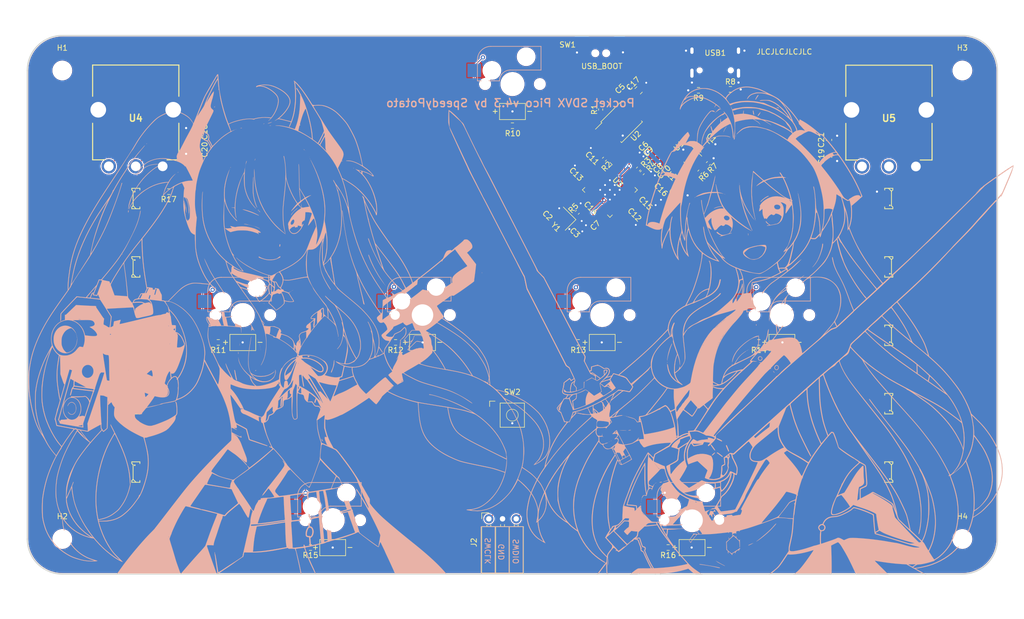
<source format=kicad_pcb>
(kicad_pcb (version 20211014) (generator pcbnew)
  (title_block (title "RP2040 Minimal Design Example") (date "2020-07-13") (rev "REV1") (company "Raspberry Pi (Trading) Ltd"))
  (layers (0 "F.Cu" signal) (31 "B.Cu" signal) (34 "B.Paste" user) (35 "F.Paste" user) (36 "B.SilkS" user "B.Silkscreen") (37 "F.SilkS" user "F.Silkscreen") (38 "B.Mask" user) (39 "F.Mask" user) (44 "Edge.Cuts" user))
  (net 0 "")
  (net 1 "GND")
  (net 2 "VBUS")
  (net 3 "/XIN")
  (net 4 "/XOUT")
  (net 5 "+3V3")
  (net 6 "+1V1")
  (net 7 "/~{USB_BOOT}")
  (net 8 "/GPIO15")
  (net 9 "/GPIO14")
  (net 10 "/GPIO13")
  (net 11 "/GPIO12")
  (net 12 "/GPIO11")
  (net 13 "/GPIO10")
  (net 14 "/GPIO9")
  (net 15 "/GPIO8")
  (net 16 "/GPIO7")
  (net 17 "/GPIO6")
  (net 18 "/GPIO5")
  (net 19 "/GPIO4")
  (net 20 "/GPIO3")
  (net 21 "/GPIO2")
  (net 22 "/GPIO1")
  (net 23 "/GPIO0")
  (net 24 "/GPIO29_ADC3")
  (net 25 "/GPIO28_ADC2")
  (net 26 "/GPIO27_ADC1")
  (net 27 "/GPIO26_ADC0")
  (net 28 "/GPIO25")
  (net 29 "/GPIO24")
  (net 30 "/GPIO23")
  (net 31 "/GPIO22")
  (net 32 "/GPIO21")
  (net 33 "/GPIO20")
  (net 34 "/GPIO19")
  (net 35 "/GPIO18")
  (net 36 "/GPIO17")
  (net 37 "/GPIO16")
  (net 38 "/RUN")
  (net 39 "/SWD")
  (net 40 "/SWCLK")
  (net 41 "/QSPI_SS")
  (net 42 "Net-(R3-Pad2)")
  (net 43 "Net-(R4-Pad2)")
  (net 44 "/QSPI_SD3")
  (net 45 "/QSPI_SCLK")
  (net 46 "/QSPI_SD0")
  (net 47 "/QSPI_SD2")
  (net 48 "/QSPI_SD1")
  (net 49 "/USB_D+")
  (net 50 "/USB_D-")
  (net 51 "Net-(C3-Pad1)")
  (net 52 "Net-(L1-Pad1)")
  (net 53 "Net-(R6-Pad2)")
  (net 54 "Net-(R8-Pad1)")
  (net 55 "Net-(R9-Pad1)")
  (net 58 "Net-(MX1-Pad3)")
  (net 59 "Net-(MX2-Pad3)")
  (net 60 "Net-(MX3-Pad3)")
  (net 61 "Net-(MX4-Pad3)")
  (net 62 "Net-(MX5-Pad3)")
  (net 63 "Net-(MX6-Pad3)")
  (net 64 "Net-(MX7-Pad3)")
  (net 65 "Net-(D1-Pad1)")
  (net 66 "Net-(D1-Pad3)")
  (net 67 "Net-(D2-Pad3)")
  (net 68 "Net-(D3-Pad3)")
  (net 69 "Net-(D4-Pad3)")
  (net 70 "Net-(D5-Pad3)")
  (net 71 "Net-(D6-Pad3)")
  (net 72 "Net-(D7-Pad3)")
  (net 73 "Net-(D8-Pad3)")
  (net 74 "Net-(D10-Pad1)")
  (footprint "Capacitor_SMD:C_0805_2012Metric" (layer "F.Cu") (at 165.458335 81.42851 -45)
    (fp_text reference "C4")
    (fp_text value "10u")
  )
  (footprint "Capacitor_SMD:C_0402_1005Metric" (layer "F.Cu") (at 159.964115 80.162789 45)
    (fp_text reference "C10")
    (fp_text value "1u")
  )
  (footprint "Capacitor_SMD:C_0402_1005Metric" (layer "F.Cu") (at 159.257009 79.455682 45)
    (fp_text reference "C8")
    (fp_text value "1u")
  )
  (footprint "Capacitor_SMD:C_0402_1005Metric" (layer "F.Cu") (at 147.115985 78.18289 135)
    (fp_text reference "C13")
    (fp_text value "100n")
  )
  (footprint "Capacitor_SMD:C_0402_1005Metric" (layer "F.Cu") (at 155.233571 64.01247 45)
    (fp_text reference "C5")
    (fp_text value "100n")
  )
  (footprint "Resistor_SMD:R_0402_1005Metric" (layer "F.Cu") (at 151.54 76.21 45)
    (fp_text reference "R2")
    (fp_text value "DNF")
  )
  (footprint "Package_SO:SOIC-8_5.23x5.23mm_P1.27mm" (layer "F.Cu") (at 154.72799 69.283951 45)
    (fp_text reference "U2")
    (fp_text value "W25Q128JVS")
  )
  (footprint "Capacitor_SMD:C_0402_1005Metric" (layer "F.Cu") (at 146.476054 88.665748 -45)
    (fp_text reference "C3")
    (fp_text value "10p")
  )
  (footprint "Resistor_SMD:R_0402_1005Metric" (layer "F.Cu") (at 150.84 67 90)
    (fp_text reference "R1")
    (fp_text value "1k")
  )
  (footprint "Capacitor_SMD:C_0402_1005Metric" (layer "F.Cu") (at 157.842795 76.627255 45)
    (fp_text reference "C9")
    (fp_text value "100n")
  )
  (footprint "Capacitor_SMD:C_0402_1005Metric" (layer "F.Cu") (at 156.28716 87.354065 -45)
    (fp_text reference "C12")
    (fp_text value "100n")
  )
  (footprint "Capacitor_SMD:C_0402_1005Metric" (layer "F.Cu") (at 148.233921 86.774944 -135)
    (fp_text reference "C14")
    (fp_text value "100n")
  )
  (footprint "Resistor_SMD:R_0402_1005Metric" (layer "F.Cu") (at 157.842795 78.041469 -135)
    (fp_text reference "R3")
    (fp_text value "27")
  )
  (footprint "Capacitor_SMD:C_0402_1005Metric" (layer "F.Cu") (at 149.025174 87.566197 -135)
    (fp_text reference "C7")
    (fp_text value "100n")
  )
  (footprint "Inductor_SMD:L_1008_2520Metric" (layer "F.Cu") (at 170.081046 73.959695 -45)
    (fp_text reference "C1")
    (fp_text value "10u")
  )
  (footprint "Capacitor_SMD:C_0402_1005Metric" (layer "F.Cu") (at 150.085834 75.213041 135)
    (fp_text reference "C11")
    (fp_text value "100n")
  )
  (footprint "Capacitor_SMD:C_0402_1005Metric" (layer "F.Cu") (at 160.954065 82.68716 -45)
    (fp_text reference "C16")
    (fp_text value "100n")
  )
  (footprint "RP2040_minimal:RP2040-QFN-56" (layer "F.Cu") (at 152.550101 81.919949 -45)
    (fp_text reference "U3")
    (fp_text value "RP2040")
  )
  (footprint "Capacitor_SMD:C_0402_1005Metric" (layer "F.Cu") (at 141.717225 85.886818 135)
    (fp_text reference "C2")
    (fp_text value "10p")
  )
  (footprint "Resistor_SMD:R_0402_1005Metric" (layer "F.Cu") (at 158.549902 78.748575 -135)
    (fp_text reference "R4")
    (fp_text value "27")
  )
  (footprint "Capacitor_SMD:C_0402_1005Metric" (layer "F.Cu") (at 157.135688 75.920148 45)
    (fp_text reference "C6")
    (fp_text value "100n")
  )
  (footprint "Capacitor_SMD:C_0402_1005Metric" (layer "F.Cu") (at 159.964115 83.67711 -45)
    (fp_text reference "C15")
    (fp_text value "100n")
  )
  (footprint "Resistor_SMD:R_0402_1005Metric" (layer "F.Cu") (at 146.507873 86.081273 -135)
    (fp_text reference "R5")
    (fp_text value "1k")
  )
  (footprint "Capacitor_SMD:C_0805_2012Metric" (layer "F.Cu") (at 157.87815 63.439714 45)
    (fp_text reference "C17")
    (fp_text value "10u")
  )
  (footprint "MountingHole:MountingHole_3.2mm_M3" (layer "F.Cu") (at 217.95 146.75)
    (fp_text reference "H4")
    (fp_text value "MountingHole")
  )
  (footprint "MountingHole:MountingHole_3.2mm_M3" (layer "F.Cu") (at 217.95 59.75)
    (fp_text reference "H3")
    (fp_text value "MountingHole")
  )
  (footprint "Capacitor_SMD:C_0603_1608Metric" (layer "F.Cu") (at 193.21 75.78 -90)
    (fp_text reference "C19")
    (fp_text value "10n")
  )
  (footprint "Capacitor_SMD:C_0603_1608Metric" (layer "F.Cu") (at 75.92 71.21 90)
    (fp_text reference "C18")
    (fp_text value "10n")
  )
  (footprint "PEC16-4015F-N0024:PEC16-4015F-N0024-millmax" (layer "F.Cu") (at 199.324 77.57)
    (fp_text reference "U5")
    (fp_text value "PEC16-4015F-N0024" hide)
  )
  (footprint "Resistor_SMD:R_0603_1608Metric" (layer "F.Cu") (at 180.19 110.24 180)
    (fp_text reference "R14")
    (fp_text value "220")
  )
  (footprint "WS2812B-4020:WS2812B-4020" (layer "F.Cu") (at 64.59 108.92 90)
    (fp_text reference "D3")
    (fp_text value "WS2812B")
  )
  (footprint "Inductor_SMD:L_1008_2520Metric" (layer "F.Cu") (at 165.682842 78.357899 -45)
    (fp_text reference "L1")
    (fp_text value "L")
  )
  (footprint "Resistor_SMD:R_0603_1608Metric" (layer "F.Cu") (at 168.9862 63.4339 180)
    (fp_text reference "R9")
    (fp_text value "5K1")
  )
  (footprint "Crystal:Crystal_SMD_2520-4Pin_2.5x2.0mm" (layer "F.Cu") (at 144.086033 87.265677 135)
    (fp_text reference "Y1")
    (fp_text value "Crystal_GND24")
  )
  (footprint "Resistor_SMD:R_0603_1608Metric" (layer "F.Cu") (at 134.47 70)
    (fp_text reference "R10")
    (fp_text value "220")
  )
  (footprint "Resistor_SMD:R_0603_1608Metric" (layer "F.Cu") (at 163.36 148.33 180)
    (fp_text reference "R16")
    (fp_text value "220")
  )
  (footprint "MountingHole:MountingHole_3.2mm_M3" (layer "F.Cu") (at 50.95 59.75)
    (fp_text reference "H1")
    (fp_text value "MountingHole")
  )
  (footprint "WS2812B-4020:WS2812B-4020" (layer "F.Cu") (at 204.29 108.92 -90)
    (fp_text reference "D8")
    (fp_text value "WS2812B")
  )
  (footprint "MX:MXOnly-1.5U-Hotswap-LED-SMD" (layer "F.Cu") (at 101.12 143.25)
    (fp_text reference "MX6")
    (fp_text value "MX-LED")
  )
  (footprint "Resistor_SMD:R_0603_1608Metric" (layer "F.Cu") (at 112.79 110.24 180)
    (fp_text reference "R12")
    (fp_text value "220")
  )
  (footprint "MX:MXOnly-1.5U-Hotswap-LED-SMD" (layer "F.Cu") (at 184.46 105.16)
    (fp_text reference "MX5")
    (fp_text value "MX-LED")
  )
  (footprint "Resistor_SMD:R_0402_1005Metric" (layer "F.Cu") (at 169.234285 78.600083 45)
    (fp_text reference "R6")
    (fp_text value "90k")
  )
  (footprint "WS2812B-4020:WS2812B-4020" (layer "F.Cu") (at 64.59 96.22 90)
    (fp_text reference "D2")
    (fp_text value "WS2812B")
  )
  (footprint "MX:MXOnly-1.5U-Hotswap-LED-SMD" (layer "F.Cu") (at 151.13 105.16)
    (fp_text reference "MX4")
    (fp_text value "MX-LED")
  )
  (footprint "Capacitor_SMD:C_0603_1608Metric" (layer "F.Cu") (at 193.2 72.64 90)
    (fp_text reference "C21")
    (fp_text value "10n")
  )
  (footprint "WS2812B-4020:WS2812B-4020" (layer "F.Cu") (at 64.59 134.32 90)
    (fp_text reference "D5")
    (fp_text value "WS2812B")
  )
  (footprint "Package_TO_SOT_SMD:TSOT-23-5" (layer "F.Cu") (at 167.926138 76.202991 -45)
    (fp_text reference "U1")
    (fp_text value "RT8096C")
  )
  (footprint "WS2812B-4020:WS2812B-4020" (layer "F.Cu") (at 204.29 96.22 -90)
    (fp_text reference "D9")
    (fp_text value "WS2812B")
  )
  (footprint "Resistor_SMD:R_0603_1608Metric" (layer "F.Cu") (at 70.69 82.245 180)
    (fp_text reference "R17")
    (fp_text value "220")
  )
  (footprint "MX:MXOnly-1.5U-Hotswap-LED-SMD" (layer "F.Cu") (at 84.44 105.16)
    (fp_text reference "MX2")
    (fp_text value "MX-LED")
  )
  (footprint "WS2812B-4020:WS2812B-4020" (layer "F.Cu") (at 64.59 83.52 90)
    (fp_text reference "D1")
    (fp_text value "WS2812B")
  )
  (footprint "WS2812B-4020:WS2812B-4020" (layer "F.Cu") (at 204.29 134.32 -90)
    (fp_text reference "D6")
    (fp_text value "WS2812B")
  )
  (footprint "MountingHole:MountingHole_3.2mm_M3" (layer "F.Cu") (at 50.95 146.75)
    (fp_text reference "H2")
    (fp_text value "MountingHole")
  )
  (footprint "K2-1102SP-C4SC-04:KAN4542-0701C" (layer "F.Cu") (at 134.44 123.75)
    (fp_text reference "SW2")
    (fp_text value "K2-1102SP-C4SC-04")
  )
  (footprint "Resistor_SMD:R_0402_1005Metric" (layer "F.Cu") (at 170.811133 77.023235 45)
    (fp_text reference "R7")
    (fp_text value "20k")
  )
  (footprint "Type-C:HRO-TYPE-C-31-M-12-Assembly" (layer "F.Cu") (at 172.09 53.4675 180)
    (fp_text reference "USB1")
    (fp_text value "HRO-TYPE-C-31-M-12")
  )
  (footprint "WS2812B-4020:WS2812B-4020" (layer "F.Cu") (at 64.59 121.62 90)
    (fp_text reference "D4")
    (fp_text value "WS2812B")
  )
  (footprint "MX:MXOnly-1.5U-Hotswap-LED-SMD" (layer "F.Cu") (at 134.47 62.27)
    (fp_text reference "MX1")
    (fp_text value "MX-LED")
  )
  (footprint "Resistor_SMD:R_0603_1608Metric" (layer "F.Cu") (at 146.69 110.24 180)
    (fp_text reference "R13")
    (fp_text value "220")
  )
  (footprint "Resistor_SMD:R_0603_1608Metric" (layer "F.Cu") (at 97 148.33 180)
    (fp_text reference "R15")
    (fp_text value "220")
  )
  (footprint "MX:MXOnly-1.5U-Hotswap-LED-SMD" (layer "F.Cu") (at 117.78 105.16)
    (fp_text reference "MX3")
    (fp_text value "MX-LED")
  )
  (footprint "SWD:SWD_Connector" (layer "F.Cu") (at 130.09 143 90)
    (fp_text reference "J2")
    (fp_text value "SWD_Connector")
  )
  (footprint "TS-1012A:TS-1012A" (layer "F.Cu") (at 150.85 53.9425)
    (fp_text reference "SW1")
    (fp_text value "SW_Push_Dual_x2")
  )
  (footprint "WS2812B-4020:WS2812B-4020" (layer "F.Cu") (at 204.29 83.52 -90)
    (fp_text reference "D10")
    (fp_text value "WS2812B")
  )
  (footprint "Resistor_SMD:R_0603_1608Metric" (layer "F.Cu") (at 79.89 110.24 180)
    (fp_text reference "R11")
    (fp_text value "220")
  )
  (footprint "Resistor_SMD:R_0603_1608Metric" (layer "F.Cu") (at 174.9062 63.2639)
    (fp_text reference "R8")
    (fp_text value "5K1")
  )
  (footprint "PEC16-4015F-N0024:PEC16-4015F-N0024-millmax" (layer "F.Cu") (at 59.574 77.54)
    (fp_text reference "U4")
    (fp_text value "PEC16-4015F-N0024" hide)
  )
  (footprint "WS2812B-4020:WS2812B-4020" (layer "F.Cu") (at 204.29 121.62 -90)
    (fp_text reference "D7")
    (fp_text value "WS2812B")
  )
  (footprint "Capacitor_SMD:C_0603_1608Metric" (layer "F.Cu") (at 75.94 74.45 -90)
    (fp_text reference "C20")
    (fp_text value "10n")
  )
  (footprint "MX:MXOnly-1.5U-Hotswap-LED-SMD" (layer "F.Cu") (at 167.8 143.25)
    (fp_text reference "MX7")
    (fp_text value "MX-LED")
  )
  (footprint "grace:grace_comm" (layer "B.Cu") (at 93.018818 104.077647 180)
    (fp_text reference "G***" hide)
    (fp_text value "LOGO" hide)
  )
  (footprint "rasis:rasis_comm" (layer "B.Cu") (at 176.058818 104.537647 180)
    (fp_text reference "G***" hide)
    (fp_text value "LOGO" hide)
  )
  (gr_poly (pts (xy 128.63 153.06) (xy 136.43 153.06) (xy 136.43 144.46) (xy 128.63 144.46)) (layer "B.SilkS") (width 0.12) (fill none))
  (gr_line (start 133.83 144.46) (end 133.83 153.06) (layer "B.SilkS") (width 0.12))
  (gr_line (start 131.23 144.46) (end 131.23 153.06) (layer "B.SilkS") (width 0.12))
  (gr_arc (start 217.95285 53.2526) (mid 222.549012 55.156424) (end 224.45285 59.7526) (layer "Edge.Cuts") (width 0.2))
  (gr_arc (start 44.452852 59.7526) (mid 46.356655 55.156389) (end 50.952851 53.252601) (layer "Edge.Cuts") (width 0.2))
  (gr_arc (start 50.952851 153.2526) (mid 46.356624 151.348812) (end 44.452851 146.7526) (layer "Edge.Cuts") (width 0.2))
  (gr_line (start 217.95285 53.252601) (end 50.952851 53.252601) (layer "Edge.Cuts") (width 0.2))
  (gr_line (start 224.45285 146.7526) (end 224.45285 59.7526) (layer "Edge.Cuts") (width 0.2))
  (gr_line (start 50.952851 153.2526) (end 217.95285 153.2526) (layer "Edge.Cuts") (width 0.2))
  (gr_arc (start 224.45285 146.7526) (mid 222.549047 151.348812) (end 217.95285 153.2526) (layer "Edge.Cuts") (width 0.2))
  (gr_line (start 44.452851 59.7526) (end 44.452851 146.7526) (layer "Edge.Cuts") (width 0.2))
  (gr_text "SWCLK" (at 129.93 148.96 90) (layer "B.SilkS") (effects (font (size 1 1)) (justify mirror)))
  (gr_text "GND" (at 132.43 149.16 90) (layer "B.SilkS") (effects (font (size 1 1)) (justify mirror)))
  (gr_text "Pocket SDVX Pico v4.3 by SpeedyPotato" (at 134.098818 65.797647) (layer "B.SilkS") (effects (font (size 1.5 1.5) (thickness 0.25)) (justify mirror)))
  (gr_text "SWDIO" (at 135.130001 149.06 90) (layer "B.SilkS") (effects (font (size 1 1)) (justify mirror)))
  (gr_text "JLCJLCJLCJLC" (at 184.92 56.27) (layer "F.SilkS") (effects (font (size 1 1))))
  (gr_text "\nUSB_BOOT" (at 151.05 58.15) (layer "F.SilkS") (effects (font (size 1 1))))
  (segment (start 184.56 110.24) (end 185.96 110.24) (width 0.25) (layer "F.Cu") (net 1))
  (segment (start 147.890974 87.117891) (end 147.316815 87.692051) (width 0.2) (layer "F.Cu") (net 1))
  (segment (start 146.509943 77.839943) (end 146.773038 77.839943) (width 0.25) (layer "F.Cu") (net 1))
  (segment (start 168.865 61.1625) (end 168.8175 61.1625) (width 0.25) (layer "F.Cu") (net 1))
  (segment (start 149.742887 74.870095) (end 149.014567 74.141775) (width 0.2) (layer "F.Cu") (net 1))
  (segment (start 171.171758 76.66261) (end 171.794012 76.040356) (width 0.3) (layer "F.Cu") (net 1))
  (segment (start 148.682227 87.909144) (end 148.108053 88.483317) (width 0.2) (layer "F.Cu") (net 1))
  (segment (start 202.1 82.245) (end 203.64 82.245) (width 0.25) (layer "F.Cu") (net 1))
  (segment (start 167.08 63.4339) (end 168.1612 63.4339) (width 0.25) (layer "F.Cu") (net 1))
  (segment (start 146.06 77.39) (end 146.509943 77.839943) (width 0.25) (layer "F.Cu") (net 1))
  (segment (start 148.551766 84.504071) (end 149.412314 83.643522) (width 0.15) (layer "F.Cu") (net 1))
  (segment (start 157.478635 75.577201) (end 158.065528 74.990308) (width 0.2) (layer "F.Cu") (net 1))
  (segment (start 73.92 75.225) (end 75.94 75.225) (width 0.25) (layer "F.Cu") (net 1))
  (segment (start 166.67 56.0675) (end 167.77 56.0675) (width 0.8) (layer "F.Cu") (net 1))
  (segment (start 154.93 71.84) (end 154.866018 71.84) (width 0.25) (layer "F.Cu") (net 1))
  (segment (start 176.41 61.36) (end 176.41 60.2475) (width 0.8) (layer "F.Cu") (net 1))
  (segment (start 175.315 61.1625) (end 175.3825 61.1625) (width 0.55) (layer "F.Cu") (net 1))
  (segment (start 176.2125 61.1625) (end 176.41 61.36) (width 0.25) (layer "F.Cu") (net 1))
  (segment (start 147.221291 84.504071) (end 148.551766 84.504071) (width 0.15) (layer "F.Cu") (net 1))
  (segment (start 156.135132 63.110909) (end 155.576518 63.669523) (width 0.6) (layer "F.Cu") (net 1))
  (segment (start 85.94 110.24) (end 84.41 110.24) (width 0.25) (layer "F.Cu") (net 1))
  (segment (start 161.297012 83.030107) (end 162.025332 83.758427) (width 0.2) (layer "F.Cu") (net 1))
  (segment (start 159.292364 62.0255) (end 158.541063 62.776801) (width 0.6) (layer "F.Cu") (net 1))
  (segment (start 137.365 125.25) (end 134.44 125.25) (width 0.25) (layer "F.Cu") (net 1))
  (segment (start 167.77 61.32) (end 167.77 60.2475) (width 0.8) (layer "F.Cu") (net 1))
  (segment (start 194.71 76.555) (end 193.21 76.555) (width 0.25) (layer "F.Cu") (net 1))
  (segment (start 176.1425 61.99) (end 176.41 61.99) (width 0.25) (layer "F.Cu") (net 1))
  (segment (start 168.865 61.1625) (end 167.9275 61.1625) (width 0.55) (layer "F.Cu") (net 1))
  (segment (start 160.307062 79.819842) (end 160.893961 79.232943) (width 0.2) (layer "F.Cu") (net 1))
  (segment (start 176.41 61.99) (end 176.41 61.36) (width 0.8) (layer "F.Cu") (net 1))
  (segment (start 176.1425 61.9225) (end 176.1425 61.99) (width 0.55) (layer "F.Cu") (net 1))
  (segment (start 156.630107 87.697012) (end 157.358427 88.425332) (width 0.2) (layer "F.Cu") (net 1))
  (segment (start 166.96624 82.936415) (end 166.121248 82.091423) (width 0.8) (layer "F.Cu") (net 1))
  (segment (start 167.99 61.99) (end 167.77 61.99) (width 0.25) (layer "F.Cu") (net 1))
  (segment (start 147.316815 87.692051) (end 147.316806 87.692051) (width 0.2) (layer "F.Cu") (net 1))
  (segment (start 147.44479 89.592058) (end 147.458932 89.592058) (width 0.25) (layer "F.Cu") (net 1))
  (segment (start 101.12 148.33) (end 102.62 148.33) (width 0.25) (layer "F.Cu") (net 1))
  (segment (start 175.3825 61.1625) (end 176.1425 61.9225) (width 0.55) (layer "F.Cu") (net 1))
  (segment (start 168.8175 61.1625) (end 167.99 61.99) (width 0.55) (layer "F.Cu") (net 1))
  (segment (start 167.121804 75.398657) (end 166.168977 74.445831) (width 0.7) (layer "F.Cu") (net 1))
  (segment (start 152.63 110.24) (end 151.04 110.24) (width 0.25) (layer "F.Cu") (net 1))
  (segment (start 175.315 61.1625) (end 176.2125 61.1625) (width 0.55) (layer "F.Cu") (net 1))
  (segment (start 134.47 67.35) (end 135.97 67.35) (width 0.25) (layer "F.Cu") (net 1))
  (segment (start 172.121049 73.439971) (end 170.841185 74.719834) (width 0.8) (layer "F.Cu") (net 1))
  (segment (start 158.185742 76.284308) (end 158.77264 75.69741) (width 0.2) (layer "F.Cu") (net 1))
  (segment (start 159.599955 79.112735) (end 160.186854 78.525837) (width 0.2) (layer "F.Cu") (net 1))
  (segment (start 177.51 56.0675) (end 176.41 56.0675) (width 0.8) (layer "F.Cu") (net 1))
  (segment (start 193.2 71.865) (end 194.71 71.865) (width 0.25) (layer "F.Cu") (net 1))
  (segment (start 75.92 70.435) (end 73.92 70.435) (width 0.25) (layer "F.Cu") (net 1))
  (segment (start 147.13 84.41278) (end 147.221291 84.504071) (width 0.15) (layer "F.Cu") (net 1))
  (segment (start 169.3 148.33) (end 167.72 148.33) (width 0.25) (layer "F.Cu") (net 1))
  (segment (start 134.44 125.25) (end 131.515 125.25) (width 0.25) (layer "F.Cu") (net 1))
  (segment (start 147.430648 89.620342) (end 146.819 89.008695) (width 0.25) (layer "F.Cu") (net 1))
  (segment (start 119.28 110.24) (end 117.81 110.24) (width 0.25) (layer "F.Cu") (net 1))
  (segment (start 175.7312 63.2639) (end 176.82 63.2639) (width 0.25) (layer "F.Cu") (net 1))
  (segment (start 167.77 61.99) (end 167.77 61.32) (width 0.8) (layer "F.Cu") (net 1))
  (segment (start 160.307062 84.020056) (end 161.035382 84.748376) (width 0.15) (layer "F.Cu") (net 1))
  (segment (start 154.866018 71.84) (end 153.529444 73.176574) (width 0.25) (layer "F.Cu") (net 1))
  (segment (start 167.9275 61.1625) (end 167.77 61.32) (width 0.25) (layer "F.Cu") (net 1))
  (via (at 147.430648 89.620342) (size 0.6) (drill 0.35) (layers "F.Cu" "B.Cu") (net 1))
  (via (at 202.1 82.245) (size 0.8) (drill 0.4) (layers "F.Cu" "B.Cu") (net 1))
  (via (at 134.47 67.35) (size 0.8) (drill 0.4) (layers "F.Cu" "B.Cu") (net 1))
  (via (at 157.358427 88.425332) (size 0.6) (drill 0.35) (layers "F.Cu" "B.Cu") (net 1))
  (via (at 194.71 71.865) (size 0.8) (drill 0.4) (layers "F.Cu" "B.Cu") (net 1))
  (via (at 162.025332 83.758427) (size 0.6) (drill 0.35) (layers "F.Cu" "B.Cu") (net 1))
  (via (at 167.77 61.99) (size 0.8) (drill 0.4) (layers "F.Cu" "B.Cu") (net 1))
  (via (at 167.72 148.33) (size 0.8) (drill 0.4) (layers "F.Cu" "B.Cu") (net 1))
  (via (at 160.186854 78.525837) (size 0.6) (drill 0.35) (layers "F.Cu" "B.Cu") (net 1))
  (via (at 149.014567 74.141775) (size 0.6) (drill 0.35) (layers "F.Cu" "B.Cu") (net 1))
  (via (at 143.145581 85.335275) (size 0.6) (drill 0.35) (layers "F.Cu" "B.Cu") (net 1))
  (via (at 158.065528 74.990308) (size 0.6) (drill 0.35) (layers "F.Cu" "B.Cu") (net 1))
  (via (at 176.41 61.99) (size 0.8) (drill 0.4) (layers "F.Cu" "B.Cu") (net 1))
  (via (at 146.06 77.39) (size 0.6) (drill 0.35) (layers "F.Cu" "B.Cu") (net 1))
  (via (at 166.96624 82.936415) (size 0.8) (drill 0.4) (layers "F.Cu" "B.Cu") (net 1))
  (via (at 156.135132 63.110909) (size 0.6) (drill 0.35) (layers "F.Cu" "B.Cu") (net 1))
  (via (at 117.81 110.24) (size 0.8) (drill 0.4) (layers "F.Cu" "B.Cu") (net 1))
  (via (at 172.121049 73.439971) (size 0.8) (drill 0.4) (layers "F.Cu" "B.Cu") (net 1))
  (via (at 158.77264 75.69741) (size 0.6) (drill 0.35) (layers "F.Cu" "B.Cu") (net 1))
  (via (at 147.316806 87.692051) (size 0.6) (drill 0.35) (layers "F.Cu" "B.Cu") (net 1))
  (via (at 148.108053 88.483317) (size 0.6) (drill 0.35) (layers "F.Cu" "B.Cu") (net 1))
  (via (at 166.168977 74.445831) (size 0.8) (drill 0.4) (layers "F.Cu" "B.Cu") (net 1))
  (via (at 145.026485 89.196078) (size 0.6) (drill 0.35) (layers "F.Cu" "B.Cu") (net 1))
  (via (at 147.13 84.41278) (size 0.6) (drill 0.35) (layers "F.Cu" "B.Cu") (net 1))
  (via (at 84.41 110.24) (size 0.8) (drill 0.4) (layers "F.Cu" "B.Cu") (net 1))
  (via (at 160.893961 79.232943) (size 0.6) (drill 0.35) (layers "F.Cu" "B.Cu") (net 1))
  (via (at 134.44 125.25) (size 0.8) (drill 0.4) (layers "F.Cu" "B.Cu") (net 1))
  (via (at 154.93 71.84) (size 0.8) (drill 0.4) (layers "F.Cu" "B.Cu") (net 1))
  (via (at 167.08 63.4339) (size 0.8) (drill 0.4) (layers "F.Cu" "B.Cu") (net 1))
  (via (at 73.92 70.435) (size 0.8) (drill 0.4) (layers "F.Cu" "B.Cu") (net 1))
  (via (at 161.035382 84.748376) (size 0.6) (drill 0.35) (layers "F.Cu" "B.Cu") (net 1))
  (via (at 194.71 76.555) (size 0.8) (drill 0.4) (layers "F.Cu" "B.Cu") (net 1))
  (via (at 154.97 56.38) (size 0.8) (drill 0.4) (layers "F.Cu" "B.Cu") (net 1))
  (via (at 176.82 63.2639) (size 0.8) (drill 0.4) (layers "F.Cu" "B.Cu") (net 1))
  (via (at 166.67 56.0675) (size 0.8) (drill 0.4) (layers "F.Cu" "B.Cu") (net 1))
  (via (at 146.44 56.41) (size 0.8) (drill 0.4) (layers "F.Cu" "B.Cu") (net 1))
  (via (at 151.04 110.24) (size 0.8) (drill 0.4) (layers "F.Cu" "B.Cu") (net 1))
  (via (at 159.292364 62.0255) (size 0.6) (drill 0.35) (layers "F.Cu" "B.Cu") (net 1))
  (via (at 177.51 56.0675) (size 0.8) (drill 0.4) (layers "F.Cu" "B.Cu") (net 1))
  (via (at 171.794012 76.040356) (size 0.8) (drill 0.4) (layers "F.Cu" "B.Cu") (net 1))
  (via (at 184.56 110.24) (size 0.8) (drill 0.4) (layers "F.Cu" "B.Cu") (net 1))
  (via (at 73.92 75.225) (size 0.8) (drill 0.4) (layers "F.Cu" "B.Cu") (net 1))
  (via (at 101.12 148.33) (size 0.8) (drill 0.4) (layers "F.Cu" "B.Cu") (net 1))
  (segment (start 200.35 83.27) (end 200.35 83.79) (width 0.8) (layer "F.Cu") (net 2))
  (segment (start 172.04 59.13) (end 172.04 59.29) (width 0.8) (layer "F.Cu") (net 2))
  (segment (start 200.35 122.045) (end 200.35 109.345) (width 0.8) (layer "F.Cu") (net 2))
  (segment (start 67.775 95.795) (end 67.775 108.495) (width 0.8) (layer "F.Cu") (net 2))
  (segment (start 173.633938 59.29) (end 173.863938 59.52) (width 0.8) (layer "F.Cu") (net 2))
  (segment (start 169.64 60.41) (end 170.4075 59.6425) (width 0.4) (layer "F.Cu") (net 2))
  (segment (start 168.155947 75.089298) (end 168.155947 77.581849) (width 0.25) (layer "F.Cu") (net 2))
  (segment (start 215.19 75.74) (end 210.95 79.98) (width 0.8) (layer "F.Cu") (net 2))
  (segment (start 200.35 81.16) (end 200.35 83.27) (width 0.8) (layer "F.Cu") (net 2))
  (segment (start 84.49 150.61) (end 67.775 133.895) (width 0.8) (layer "F.Cu") (net 2))
  (segment (start 177.85 58.14) (end 208.27 58.14) (width 0.8) (layer "F.Cu") (net 2))
  (segment (start 67.775 83.095) (end 67.775 95.795) (width 0.8) (layer "F.Cu") (net 2))
  (segment (start 170.4075 59.52) (end 170.6375 59.29) (width 0.8) (layer "F.Cu") (net 2))
  (segment (start 170.6375 59.29) (end 173.633938 59.29) (width 0.8) (layer "F.Cu") (net 2))
  (segment (start 215.19 65.06) (end 215.19 75.74) (width 0.8) (layer "F.Cu") (net 2))
  (segment (start 201.53 79.98) (end 200.35 81.16) (width 0.8) (layer "F.Cu") (net 2))
  (segment (start 67.775 108.495) (end 67.775 121.195) (width 0.8) (layer "F.Cu") (net 2))
  (segment (start 208.27 58.14) (end 215.19 65.06) (width 0.8) (layer "F.Cu") (net 2))
  (segment (start 200.35 83.79) (end 200.505 83.945) (width 0.8) (layer "F.Cu") (net 2))
  (segment (start 169.320906 73.210906) (end 169.35 73.24) (width 0.15) (layer "F.Cu") (net 2))
  (segment (start 170.4075 59.6425) (end 170.4075 59.52) (width 0.4) (layer "F.Cu") (net 2))
  (segment (start 200.35 134.745) (end 187.955 134.745) (width 0.8) (layer "F.Cu") (net 2))
  (segment (start 167.793555 74.726906) (end 169.320906 73.199555) (width 0.7) (layer "F.Cu") (net 2))
  (segment (start 67.775 133.895) (end 65.24 133.895) (width 0.8) (layer "F.Cu") (net 2))
  (segment (start 200.505 83.945) (end 203.64 83.945) (width 0.8) (layer "F.Cu") (net 2))
  (segment (start 178.79 63.81) (end 178.79 59.08) (width 0.8) (layer "F.Cu") (net 2))
  (segment (start 65.24 95.795) (end 67.775 95.795) (width 0.8) (layer "F.Cu") (net 2))
  (segment (start 172.09 150.61) (end 84.49 150.61) (width 0.8) (layer "F.Cu") (net 2))
  (segment (start 203.64 134.745) (end 200.35 134.745) (width 0.8) (layer "F.Cu") (net 2))
  (segment (start 173.03 58.14) (end 172.04 59.13) (width 0.8) (layer "F.Cu") (net 2))
  (segment (start 168.155947 77.581849) (end 168.05872 77.679076) (width 0.25) (layer "F.Cu") (net 2))
  (segment (start 200.35 96.645) (end 203.64 96.645) (width 0.8) (layer "F.Cu") (net 2))
  (segment (start 169.64 61.1625) (end 169.64 60.41) (width 0.4) (layer "F.Cu") (net 2))
  (segment (start 203.64 109.345) (end 200.35 109.345) (width 0.8) (layer "F.Cu") (net 2))
  (segment (start 200.35 134.745) (end 200.35 122.045) (width 0.8) (layer "F.Cu") (net 2))
  (segment (start 187.955 134.745) (end 172.09 150.61) (width 0.8) (layer "F.Cu") (net 2))
  (segment (start 169.320906 73.199555) (end 169.320906 73.210906) (width 0.15) (layer "F.Cu") (net 2))
  (segment (start 169.36 73.24) (end 178.79 63.81) (width 0.8) (layer "F.Cu") (net 2))
  (segment (start 210.95 79.98) (end 201.53 79.98) (width 0.8) (layer "F.Cu") (net 2))
  (segment (start 178.79 59.08) (end 177.85 58.14) (width 0.8) (layer "F.Cu") (net 2))
  (segment (start 203.64 122.045) (end 200.35 122.045) (width 0.8) (layer "F.Cu") (net 2))
  (segment (start 167.793555 74.726906) (end 168.155947 75.089298) (width 0.25) (layer "F.Cu") (net 2))
  (segment (start 200.35 83.27) (end 200.35 96.645) (width 0.8) (layer "F.Cu") (net 2))
  (segment (start 177.85 58.14) (end 173.03 58.14) (width 0.8) (layer "F.Cu") (net 2))
  (segment (start 173.863938 59.52) (end 173.863938 59.733938) (width 0.4) (layer "F.Cu") (net 2))
  (segment (start 174.54 60.41) (end 174.54 61.1625) (width 0.4) (layer "F.Cu") (net 2))
  (segment (start 67.775 121.195) (end 67.775 133.895) (width 0.8) (layer "F.Cu") (net 2))
  (segment (start 65.24 121.195) (end 67.775 121.195) (width 0.8) (layer "F.Cu") (net 2))
  (segment (start 65.24 108.495) (end 67.775 108.495) (width 0.8) (layer "F.Cu") (net 2))
  (segment (start 169.35 73.24) (end 169.36 73.24) (width 0.8) (layer "F.Cu") (net 2))
  (segment (start 200.35 109.345) (end 200.35 96.645) (width 0.8) (layer "F.Cu") (net 2))
  (segment (start 65.24 83.095) (end 67.775 83.095) (width 0.8) (layer "F.Cu") (net 2))
  (segment (start 173.863938 59.733938) (end 174.54 60.41) (width 0.4) (layer "F.Cu") (net 2))
  (segment (start 149.695157 83.926365) (end 148.634242 84.98728) (width 0.15) (layer "F.Cu") (net 3))
  (segment (start 148.634242 84.98728) (end 146.3715 84.98728) (width 0.15) (layer "F.Cu") (net 3))
  (segment (start 142.972339 87.141933) (end 142.060172 86.229765) (width 0.15) (layer "F.Cu") (net 3))
  (segment (start 144.163814 87.194966) (end 143.025372 87.194966) (width 0.15) (layer "F.Cu") (net 3))
  (segment (start 143.025372 87.194966) (end 142.972339 87.141933) (width 0.15) (layer "F.Cu") (net 3))
  (segment (start 146.3715 84.98728) (end 144.163814 87.194966) (width 0.15) (layer "F.Cu") (net 3))
  (segment (start 149.978 84.209207) (end 148.802435 85.384772) (width 0.15) (layer "F.Cu") (net 4))
  (segment (start 147.204374 85.384772) (end 146.85082 85.738326) (width 0.15) (layer "F.Cu") (net 4))
  (segment (start 148.802435 85.384772) (end 147.204374 85.384772) (width 0.15) (layer "F.Cu") (net 4))
  (segment (start 151.957899 77.650792) (end 150.863651 76.556544) (width 0.2) (layer "F.Cu") (net 5))
  (segment (start 156.960655 77.509395) (end 156.960655 78.004371) (width 0.2) (layer "F.Cu") (net 5))
  (segment (start 155.732081 79.020811) (end 155.122202 79.630691) (width 0.2) (layer "F.Cu") (net 5))
  (segment (start 156.819258 82.512151) (end 156.227056 81.919949) (width 0.2) (layer "F.Cu") (net 5))
  (segment (start 154.273674 85.057736) (end 153.681472 84.465534) (width 0.2) (layer "F.Cu") (net 5))
  (segment (start 161.841484 77.062126) (end 165.170189 80.390831) (width 0.8) (layer "F.Cu") (net 5))
  (segment (start 154.890625 64.355417) (end 155.926536 65.391328) (width 0.15) (layer "F.Cu") (net 5))
  (segment (start 148.798546 86.21032) (end 148.576868 86.431998) (width 0.2) (layer "F.Cu") (net 5))
  (segment (start 156.085635 81.495685) (end 156.085635 81.778528) (width 0.2) (layer "F.Cu") (net 5))
  (segment (start 154.53 80.222893) (end 154.812843 79.94005) (width 0.2) (layer "F.Cu") (net 5))
  (segment (start 155.926536 65.391328) (end 157.215238 64.102626) (width 0.8) (layer "F.Cu") (net 5))
  (segment (start 157.215238 64.102626) (end 157.41146 64.298848) (width 0.8) (layer "F.Cu") (net 5))
  (segment (start 162.244535 66.95757) (end 162.244535 72.204302) (width 0.8) (layer "F.Cu") (net 5))
  (segment (start 156.819258 81.327747) (end 156.227056 81.919949) (width 0.2) (layer "F.Cu") (net 5))
  (segment (start 166.442981 79.118039) (end 164.795422 80.765597) (width 0.8) (layer "F.Cu") (net 5))
  (segment (start 154.890624 64.355417) (end 155.926536 65.391328) (width 0.6) (layer "F.Cu") (net 5))
  (segment (start 165.170189 80.390831) (end 166.442981 79.118039) (width 0.8) (layer "F.Cu") (net 5))
  (segment (start 168.873661 78.960707) (end 168.71633 79.118039) (width 0.3) (layer "F.Cu") (net 5))
  (segment (start 148.798546 85.954347) (end 148.798546 86.21032) (width 0.2) (layer "F.Cu") (net 5))
  (segment (start 150.863651 75.990859) (end 150.42878 75.555988) (width 0.2) (layer "F.Cu") (net 5))
  (segment (start 162.244535 72.204302) (end 159.614098 74.834739) (width 0.8) (layer "F.Cu") (net 5))
  (segment (start 150.863651 76.556544) (end 150.863651 75.990859) (width 0.2) (layer "F.Cu") (net 5))
  (segment (start 151.957899 77.650792) (end 152.550101 78.242994) (width 0.2) (layer "F.Cu") (net 5))
  (segment (start 155.944213 86.728275) (end 155.944213 87.011118) (width 0.2) (layer "F.Cu") (net 5))
  (segment (start 156.863452 80.717868) (end 158.843351 80.717868) (width 0.2) (layer "F.Cu") (net 5))
  (segment (start 149.412314 80.196376) (end 147.741775 78.525837) (width 0.2) (layer "F.Cu") (net 5))
  (segment (start 147.741775 78.525837) (end 147.458932 78.525837) (width 0.2) (layer "F.Cu") (net 5))
  (segment (start 155.944215 79.374363) (end 155.068578 80.25) (width 0.2) (layer "F.Cu") (net 5))
  (segment (start 155.944215 79.020811) (end 155.944215 79.374363) (width 0.2) (layer "F.Cu") (net 5))
  (segment (start 168.71633 79.118039) (end 166.442981 79.118039) (width 0.3) (layer "F.Cu") (net 5))
  (segment (start 155.122202 79.630691) (end 154.53 80.222893) (width 0.2) (layer "F.Cu") (net 5))
  (segment (start 159.585813 64.298848) (end 162.244535 66.95757) (width 0.8) (layer "F.Cu") (net 5))
  (segment (start 155.944215 79.020811) (end 155.732081 79.020811) (width 0.2) (layer "F.Cu") (net 5))
  (segment (start 155.068578 80.25) (end 154.51 80.25) (width 0.2) (layer "F.Cu") (net 5))
  (segment (start 156.536415 81.044905) (end 156.085635 81.495685) (width 0.2) (layer "F.Cu") (net 5))
  (segment (start 154.273674 85.057736) (end 155.944213 86.728275) (width 0.2) (layer "F.Cu") (net 5))
  (segment (start 149.412314 80.196376) (end 150.004516 80.788578) (width 0.2) (layer "F.Cu") (net 5))
  (segment (start 150.260843 84.49205) (end 148.798546 85.954347) (width 0.2) (layer "F.Cu") (net 5))
  (segment (start 156.536415 81.044905) (end 156.863452 80.717868) (width 0.2) (layer "F.Cu") (net 5))
  (segment (start 156.960655 78.004371) (end 155.944215 79.020811) (width 0.2) (layer "F.Cu") (net 5))
  (segment (start 150.260843 84.49205) (end 150.711623 84.04127) (width 0.2) (layer "F.Cu") (net 5))
  (segment (start 157.41146 64.298848) (end 159.585813 64.298848) (width 0.8) (layer "F.Cu") (net 5))
  (segment (start 157.499848 76.970202) (end 156.960655 77.509395) (width 0.2) (layer "F.Cu") (net 5))
  (via (at 159.614098 74.834739) (size 0.8) (drill 0.4) (layers "F.Cu" "B.Cu") (net 5))
  (via (at 161.841484 77.062126) (size 0.8) (drill 0.4) (layers "F.Cu" "B.Cu") (net 5))
  (segment (start 161.841484 77.062126) (end 159.614098 74.834739) (width 0.8) (layer "B.Cu") (net 5))
  (segment (start 149.36812 87.22325) (end 149.438831 87.152539) (width 0.2) (layer "F.Cu") (net 6))
  (segment (start 149.438831 87.152539) (end 149.438831 86.16259) (width 0.2) (layer "F.Cu") (net 6))
  (segment (start 156.12 76.935836) (end 156.792741 76.263095) (width 0.2) (layer "F.Cu") (net 6))
  (segment (start 156.12 78.067207) (end 154.839359 79.347848) (width 0.2) (layer "F.Cu") (net 6))
  (segment (start 158.489798 80.222893) (end 158.914062 79.798629) (width 0.2) (layer "F.Cu") (net 6))
  (segment (start 156.12 77.48) (end 156.12 78.067207) (width 0.2) (layer "F.Cu") (net 6))
  (segment (start 149.438831 85.879747) (end 149.438831 86.16259) (width 0.2) (layer "F.Cu") (net 6))
  (segment (start 156.253573 80.762062) (end 155.661371 81.354264) (width 0.2) (layer "F.Cu") (net 6))
  (segment (start 156.12 77.48) (end 156.12 76.935836) (width 0.2) (layer "F.Cu") (net 6))
  (segment (start 156.253573 80.762062) (end 156.792741 80.222893) (width 0.2) (layer "F.Cu") (net 6))
  (segment (start 150.543685 84.774893) (end 149.438831 85.879747) (width 0.2) (layer "F.Cu") (net 6))
  (segment (start 156.792741 80.222893) (end 158.489798 80.222893) (width 0.2) (layer "F.Cu") (net 6))
  (via (at 156.12 77.48) (size 0.6) (drill 0.35) (layers "F.Cu" "B.Cu") (net 6))
  (via (at 149.438831 86.16259) (size 0.6) (drill 0.35) (layers "F.Cu" "B.Cu") (net 6))
  (via (at 154.53 80.93) (size 0.6) (drill 0.35) (layers "F.Cu" "B.Cu") (net 6))
  (via (at 151.489419 83.829116) (size 0.6) (drill 0.35) (layers "F.Cu" "B.Cu") (net 6))
  (segment (start 151.47532 83.829116) (end 151.489419 83.829116) (width 0.4) (layer "B.Cu") (net 6))
  (segment (start 154.522929 80.922929) (end 154.53 80.93) (width 0.4) (layer "B.Cu") (net 6))
  (segment (start 149.438831 85.865605) (end 151.47532 83.829116) (width 0.4) (layer "B.Cu") (net 6))
  (segment (start 156.12 77.48) (end 154.522929 79.077071) (width 0.4) (layer "B.Cu") (net 6))
  (segment (start 149.438831 86.16259) (end 149.438831 85.865605) (width 0.4) (layer "B.Cu") (net 6))
  (segment (start 154.522929 79.077071) (end 154.522929 80.922929) (width 0.4) (layer "B.Cu") (net 6))
  (segment (start 150.92 59.4975) (end 153.475 56.9425) (width 0.15) (layer "F.Cu") (net 7))
  (segment (start 150.84 66.49) (end 150.92 66.41) (width 0.15) (layer "F.Cu") (net 7))
  (segment (start 150.92 66.41) (end 150.92 59.4975) (width 0.15) (layer "F.Cu") (net 7))
  (segment (start 153.475 56.9425) (end 153.475 54.9175) (width 0.15) (layer "F.Cu") (net 7))
  (segment (start 153.475 54.9175) (end 154.35 54.0425) (width 0.15) (layer "F.Cu") (net 7))
  (segment (start 148.280944 81.327747) (end 148.083197 81.13) (width 0.15) (layer "F.Cu") (net 12))
  (segment (start 134.55 83.4) (end 134.55 122.25) (width 0.15) (layer "F.Cu") (net 12))
  (segment (start 137.365 122.25) (end 134.55 122.25) (width 0.15) (layer "F.Cu") (net 12))
  (segment (start 134.55 122.25) (end 131.515 122.25) (width 0.15) (layer "F.Cu") (net 12))
  (segment (start 136.82 81.13) (end 134.55 83.4) (width 0.15) (layer "F.Cu") (net 12))
  (segment (start 148.083197 81.13) (end 136.82 81.13) (width 0.15) (layer "F.Cu") (net 12))
  (segment (start 145.67 80.25) (end 144.92 79.5) (width 0.15) (layer "F.Cu") (net 13))
  (segment (start 147.768883 80.25) (end 145.67 80.25) (width 0.15) (layer "F.Cu") (net 13))
  (segment (start 128.1 79.5) (end 112.49 95.11) (width 0.15) (layer "F.Cu") (net 13))
  (segment (start 144.92 79.5) (end 128.1 79.5) (width 0.15) (layer "F.Cu") (net 13))
  (segment (start 148.563787 81.044904) (end 147.768883 80.25) (width 0.15) (layer "F.Cu") (net 13))
  (segment (start 112.49 95.11) (end 112.49 99.91) (width 0.15) (layer "F.Cu") (net 13))
  (via (at 112.49 99.91) (size 0.8) (drill 0.4) (layers "F.Cu" "B.Cu") (net 13))
  (segment (start 110.695 102.62) (end 110.695 101.705) (width 0.15) (layer "B.Cu") (net 13))
  (segment (start 110.695 101.705) (end 112.49 99.91) (width 0.15) (layer "B.Cu") (net 13))
  (segment (start 111.12 109.395) (end 111.965 110.24) (width 0.15) (layer "F.Cu") (net 14))
  (segment (start 148.846629 80.762062) (end 147.734567 79.65) (width 0.15) (layer "F.Cu") (net 14))
  (segment (start 145.24 78.62) (end 127.72 78.62) (width 0.15) (layer "F.Cu") (net 14))
  (segment (start 127.72 78.62) (end 111.12 95.22) (width 0.15) (layer "F.Cu") (net 14))
  (segment (start 146.27 79.65) (end 145.24 78.62) (width 0.15) (layer "F.Cu") (net 14))
  (segment (start 147.734567 79.65) (end 146.27 79.65) (width 0.15) (layer "F.Cu") (net 14))
  (segment (start 111.12 95.22) (end 111.12 109.395) (width 0.15) (layer "F.Cu") (net 14))
  (segment (start 147.01 79.2) (end 145.49 77.68) (width 0.15) (layer "F.Cu") (net 15))
  (segment (start 145.49 77.68) (end 105.43 77.68) (width 0.15) (layer "F.Cu") (net 15))
  (segment (start 149.129472 80.479219) (end 149.109219 80.479219) (width 0.15) (layer "F.Cu") (net 15))
  (segment (start 96.09 87.02) (end 96.09 138.16) (width 0.15) (layer "F.Cu") (net 15))
  (segment (start 105.43 77.68) (end 96.09 87.02) (width 0.15) (layer "F.Cu") (net 15))
  (segment (start 149.109219 80.479219) (end 147.83 79.2) (width 0.15) (layer "F.Cu") (net 15))
  (segment (start 147.83 79.2) (end 147.01 79.2) (width 0.15) (layer "F.Cu") (net 15))
  (via (at 96.09 138.16) (size 0.8) (drill 0.4) (layers "F.Cu" "B.Cu") (net 15))
  (segment (start 94.035 140.215) (end 96.09 138.16) (width 0.15) (layer "B.Cu") (net 15))
  (segment (start 94.035 140.71) (end 94.035 140.215) (width 0.15) (layer "B.Cu") (net 15))
  (segment (start 104.69 76.73) (end 146.511623 76.73) (width 0.15) (layer "F.Cu") (net 16))
  (segment (start 146.511623 76.73) (end 149.695157 79.913534) (width 0.15) (layer "F.Cu") (net 16))
  (segment (start 94.31 146.465) (end 94.31 87.11) (width 0.15) (layer "F.Cu") (net 16))
  (segment (start 94.31 87.11) (end 104.69 76.73) (width 0.15) (layer "F.Cu") (net 16))
  (segment (start 96.175 148.33) (end 94.31 146.465) (width 0.15) (layer "F.Cu") (net 16))
  (segment (start 78.84 100.36) (end 103.29 75.91) (width 0.15) (layer "F.Cu") (net 17))
  (segment (start 146.257309 75.91) (end 149.978 79.630691) (width 0.15) (layer "F.Cu") (net 17))
  (segment (start 103.29 75.91) (end 146.257309 75.91) (width 0.15) (layer "F.Cu") (net 17))
  (segment (start 78.84 100.46) (end 78.84 100.36) (width 0.15) (layer "F.Cu") (net 17))
  (via (at 78.84 100.46) (size 0.8) (drill 0.4) (layers "F.Cu" "B.Cu") (net 17))
  (segment (start 77.355 101.945) (end 77.355 102.62) (width 0.15) (layer "B.Cu") (net 17))
  (segment (start 78.84 100.46) (end 77.355 101.945) (width 0.15) (layer "B.Cu") (net 17))
  (segment (start 102.05 75.05) (end 76.99 100.11) (width 0.15) (layer "F.Cu") (net 18))
  (segment (start 145.962995 75.05) (end 102.05 75.05) (width 0.15) (layer "F.Cu") (net 18))
  (segment (start 76.99 108.165) (end 79.065 110.24) (width 0.15) (layer "F.Cu") (net 18))
  (segment (start 150.260843 79.347848) (end 145.962995 75.05) (width 0.15) (layer "F.Cu") (net 18))
  (segment (start 76.99 100.11) (end 76.99 108.165) (width 0.15) (layer "F.Cu") (net 18))
  (segment (start 71.515 82.245) (end 72.585 82.245) (width 0.15) (layer "F.Cu") (net 19))
  (segment (start 145.708681 74.23) (end 150.543686 79.065005) (width 0.15) (layer "F.Cu") (net 19))
  (segment (start 72.585 82.245) (end 80.6 74.23) (width 0.15) (layer "F.Cu") (net 19))
  (segment (start 80.6 74.23) (end 145.708681 74.23) (width 0.15) (layer "F.Cu") (net 19))
  (segment (start 64.574 77.54) (end 68.724 73.39) (width 0.15) (layer "F.Cu") (net 20))
  (segment (start 145.434365 73.39) (end 150.826528 78.782163) (width 0.15) (layer "F.Cu") (net 20))
  (segment (start 68.724 73.39) (end 145.434365 73.39) (width 0.15) (layer "F.Cu") (net 20))
  (segment (start 59.574 77.54) (end 64.869 72.245) (width 0.15) (layer "F.Cu") (net 21))
  (segment (start 144.855051 72.245) (end 151.109371 78.49932) (width 0.15) (layer "F.Cu") (net 21))
  (segment (start 64.869 72.245) (end 144.855051 72.245) (width 0.15) (layer "F.Cu") (net 21))
  (segment (start 127.385 58.915) (end 127.385 65.755) (width 0.15) (layer "F.Cu") (net 22))
  (segment (start 128.99 57.31) (end 127.385 58.915) (width 0.15) (layer "F.Cu") (net 22))
  (segment (start 132.9 71.27) (end 144.445737 71.27) (width 0.15) (layer "F.Cu") (net 22))
  (segment (start 144.445737 71.27) (end 151.392214 78.216477) (width 0.15) (layer "F.Cu") (net 22))
  (segment (start 127.385 65.755) (end 132.9 71.27) (width 0.15) (layer "F.Cu") (net 22))
  (via (at 128.99 57.31) (size 0.8) (drill 0.4) (layers "F.Cu" "B.Cu") (net 22))
  (segment (start 127.385 59.73) (end 127.385 58.915) (width 0.15) (layer "B.Cu") (net 22))
  (segment (start 127.385 58.915) (end 128.99 57.31) (width 0.15) (layer "B.Cu") (net 22))
  (segment (start 135.295 70) (end 143.741421 70) (width 0.15) (layer "F.Cu") (net 23))
  (segment (start 143.741421 70) (end 151.675056 77.933635) (width 0.15) (layer "F.Cu") (net 23))
  (segment (start 200.169 73.415) (end 204.324 77.57) (width 0.15) (layer "F.Cu") (net 24))
  (segment (start 156.536415 82.794994) (end 159.064308 85.322887) (width 0.15) (layer "F.Cu") (net 24))
  (segment (start 159.064308 85.322887) (end 175.347113 85.322887) (width 0.15) (layer "F.Cu") (net 24))
  (segment (start 175.347113 85.322887) (end 187.255 73.415) (width 0.15) (layer "F.Cu") (net 24))
  (segment (start 187.255 73.415) (end 200.169 73.415) (width 0.15) (layer "F.Cu") (net 24))
  (segment (start 196.759 75.005) (end 199.324 77.57) (width 0.15) (layer "F.Cu") (net 25))
  (segment (start 156.253573 83.077837) (end 159.015736 85.84) (width 0.15) (layer "F.Cu") (net 25))
  (segment (start 176.78 85.84) (end 187.615 75.005) (width 0.15) (layer "F.Cu") (net 25))
  (segment (start 187.615 75.005) (end 196.759 75.005) (width 0.15) (layer "F.Cu") (net 25))
  (segment (start 159.015736 85.84) (end 176.78 85.84) (width 0.15) (layer "F.Cu") (net 25))
  (segment (start 155.23 86.579747) (end 153.990831 85.340578) (width 0.15) (layer "F.Cu") (net 32))
  (segment (start 155.23 88.12) (end 155.23 86.579747) (width 0.15) (layer "F.Cu") (net 32))
  (segment (start 167.07 99.96) (end 155.23 88.12) (width 0.15) (layer "F.Cu") (net 32))
  (segment (start 179.69 99.96) (end 167.07 99.96) (width 0.15) (layer "F.Cu") (net 32))
  (via (at 179.69 99.96) (size 0.8) (drill 0.4) (layers "F.Cu" "B.Cu") (net 32))
  (segment (start 179.69 99.96) (end 177.375 102.275) (width 0.15) (layer "B.Cu") (net 32))
  (segment (start 177.375 102.275) (end 177.375 102.62) (width 0.15) (layer "B.Cu") (net 32))
  (segment (start 154.68 86.595433) (end 153.707988 85.623421) (width 0.15) (layer "F.Cu") (net 33))
  (segment (start 154.68 89.46) (end 154.68 86.595433) (width 0.15) (layer "F.Cu") (net 33))
  (segment (start 179.365 110.24) (end 175.46 110.24) (width 0.15) (layer "F.Cu") (net 33))
  (segment (start 175.46 110.24) (end 154.68 89.46) (width 0.15) (layer "F.Cu") (net 33))
  (segment (start 153.87239 91.32239) (end 162.74 100.19) (width 0.15) (layer "F.Cu") (net 34))
  (segment (start 162.74 100.19) (end 162.74 138.16) (width 0.15) (layer "F.Cu") (net 34))
  (segment (start 153.425145 85.906264) (end 153.87239 86.353509) (width 0.15) (layer "F.Cu") (net 34))
  (segment (start 153.87239 86.353509) (end 153.87239 91.32239) (width 0.15) (layer "F.Cu") (net 34))
  (via (at 162.74 138.16) (size 0.8) (drill 0.4) (layers "F.Cu" "B.Cu") (net 34))
  (segment (start 162.74 138.16) (end 160.715 140.185) (width 0.15) (layer "B.Cu") (net 34))
  (segment (start 160.715 140.185) (end 160.715 140.71) (width 0.15) (layer "B.Cu") (net 34))
  (segment (start 162.535 148.33) (end 160.92 146.715) (width 0.15) (layer "F.Cu") (net 35))
  (segment (start 160.92 146.715) (end 160.92 99.95) (width 0.15) (layer "F.Cu") (net 35))
  (segment (start 153.01 86.321409) (end 153.142303 86.189106) (width 0.15) (layer "F.Cu") (net 35))
  (segment (start 153.01 92.04) (end 153.01 86.321409) (width 0.15) (layer "F.Cu") (net 35))
  (segment (start 160.92 99.95) (end 153.01 92.04) (width 0.15) (layer "F.Cu") (net 35))
  (segment (start 152.16 94.09) (end 146.24 100.01) (width 0.15) (layer "F.Cu") (net 36))
  (segment (start 152.16 86.391207) (end 152.16 94.09) (width 0.15) (layer "F.Cu") (net 36))
  (segment (start 151.957899 86.189106) (end 152.16 86.391207) (width 0.15) (layer "F.Cu") (net 36))
  (via (at 146.24 100.01) (size 0.8) (drill 0.4) (layers "F.Cu" "B.Cu") (net 36))
  (segment (start 144.045 102.205) (end 146.24 100.01) (width 0.15) (layer "B.Cu") (net 36))
  (segment (start 144.045 102.62) (end 144.045 102.205) (width 0.15) (layer "B.Cu") (net 36))
  (segment (start 151.675056 85.906264) (end 151.324021 86.257299) (width 0.15) (layer "F.Cu") (net 37))
  (segment (start 151.324021 86.257299) (end 151.324021 92.465979) (width 0.15) (layer "F.Cu") (net 37))
  (segment (start 144.42 108.795) (end 145.865 110.24) (width 0.15) (layer "F.Cu") (net 37))
  (segment (start 144.42 99.37) (end 144.42 108.795) (width 0.15) (layer "F.Cu") (net 37))
  (segment (start 151.324021 92.465979) (end 144.42 99.37) (width 0.15) (layer "F.Cu") (net 37))
  (segment (start 140.25 137.92) (end 140.27 137.92) (width 0.15) (layer "F.Cu") (net 39))
  (segment (start 150.42878 86.021169) (end 150.42878 90.41122) (width 0.15) (layer "F.Cu") (net 39))
  (segment (start 150.42878 90.41122) (end 140.27 100.57) (width 0.15) (layer "F.Cu") (net 39))
  (segment (start 151.109371 85.340578) (end 150.42878 86.021169) (width 0.15) (layer "F.Cu") (net 39))
  (segment (start 140.27 100.57) (end 140.27 137.92) (width 0.15) (layer "F.Cu") (net 39))
  (segment (start 135.17 143) (end 140.25 137.92) (width 0.15) (layer "F.Cu") (net 39))
  (segment (start 139.3 100.33) (end 139.3 133.79) (width 0.15) (layer "F.Cu") (net 40))
  (segment (start 149.996385 85.887878) (end 150.016414 85.907907) (width 0.15) (layer "F.Cu") (net 40))
  (segment (start 150.016414 89.613586) (end 139.3 100.33) (width 0.15) (layer "F.Cu") (net 40))
  (segment (start 150.016414 85.907907) (end 150.016414 89.613586) (width 0.15) (layer "F.Cu") (net 40))
  (segment (start 139.3 133.79) (end 130.09 143) (width 0.15) (layer "F.Cu") (net 40))
  (segment (start 150.826528 85.057736) (end 149.996385 85.887878) (width 0.15) (layer "F.Cu") (net 40))
  (segment (start 150.322714 74.11349) (end 150.322714 70.995149) (width 0.15) (layer "F.Cu") (net 41))
  (segment (start 150.835367 70.482497) (end 150.835367 67.514633) (width 0.15) (layer "F.Cu") (net 41))
  (segment (start 153.142303 77.650792) (end 153.142303 76.933079) (width 0.15) (layer "F.Cu") (net 41))
  (segment (start 153.142303 76.933079) (end 150.322714 74.11349) (width 0.15) (layer "F.Cu") (net 41))
  (segment (start 150.835367 67.514633) (end 150.84 67.51) (width 0.15) (layer "F.Cu") (net 41))
  (segment (start 150.322714 70.995149) (end 150.835367 70.482497) (width 0.15) (layer "F.Cu") (net 41))
  (segment (start 155.687887 80.196376) (end 157.499848 78.384415) (width 0.2) (layer "F.Cu") (net 42))
  (segment (start 157.71198 79.586497) (end 158.206955 79.091522) (width 0.2) (layer "F.Cu") (net 43))
  (segment (start 155.97073 80.479219) (end 156.863452 79.586497) (width 0.2) (layer "F.Cu") (net 43))
  (segment (start 156.863452 79.586497) (end 157.71198 79.586497) (width 0.2) (layer "F.Cu") (net 43))
  (segment (start 159.515103 65.840341) (end 157.273574 65.840341) (width 0.15) (layer "F.Cu") (net 44))
  (segment (start 155.228285 75.515313) (end 160.929316 69.814281) (width 0.15) (layer "F.Cu") (net 44))
  (segment (start 160.929316 67.254555) (end 159.515103 65.840341) (width 0.15) (layer "F.Cu") (net 44))
  (segment (start 155.228285 78.393237) (end 155.228285 75.515313) (width 0.15) (layer "F.Cu") (net 44))
  (segment (start 160.929316 69.814281) (end 160.929316 67.254555) (width 0.15) (layer "F.Cu") (net 44))
  (segment (start 157.273574 65.840341) (end 156.824561 66.289354) (width 0.15) (layer "F.Cu") (net 44))
  (segment (start 154.556516 79.065006) (end 155.228285 78.393237) (width 0.15) (layer "F.Cu") (net 44))
  (segment (start 159.338326 66.809077) (end 158.100889 66.809077) (width 0.15) (layer "F.Cu") (net 45))
  (segment (start 154.878765 74.860741) (end 159.939367 69.800139) (width 0.15) (layer "F.Cu") (net 45))
  (segment (start 158.100889 66.809077) (end 157.722587 67.187379) (width 0.15) (layer "F.Cu") (net 45))
  (segment (start 159.939367 69.800139) (end 159.939367 67.410118) (width 0.15) (layer "F.Cu") (net 45))
  (segment (start 154.273674 78.782163) (end 154.878765 78.177072) (width 0.15) (layer "F.Cu") (net 45))
  (segment (start 154.878765 78.177072) (end 154.878765 74.860741) (width 0.15) (layer "F.Cu") (net 45))
  (segment (start 159.939367 67.410118) (end 159.338326 66.809077) (width 0.15) (layer "F.Cu") (net 45))
  (segment (start 158.617077 68.088941) (end 158.620613 68.085405) (width 0.15) (layer "F.Cu") (net 46))
  (segment (start 158.617077 70.189048) (end 158.617077 68.088941) (width 0.15) (layer "F.Cu") (net 46))
  (segment (start 154.515858 74.290267) (end 158.617077 70.189048) (width 0.15) (layer "F.Cu") (net 46))
  (segment (start 153.990831 78.49932) (end 154.515858 77.974293) (width 0.15) (layer "F.Cu") (net 46))
  (segment (start 154.515858 77.974293) (end 154.515858 74.290267) (width 0.15) (layer "F.Cu") (net 46))
  (segment (start 151.934918 72.975048) (end 152.631418 72.278548) (width 0.15) (layer "F.Cu") (net 47))
  (segment (start 154.129986 77.79448) (end 154.129986 76.266132) (width 0.15) (layer "F.Cu") (net 47))
  (segment (start 153.707988 78.216477) (end 154.129986 77.79448) (width 0.15) (layer "F.Cu") (net 47))
  (segment (start 151.934918 74.071064) (end 151.934918 72.975048) (width 0.15) (layer "F.Cu") (net 47))
  (segment (start 154.129986 76.266132) (end 151.934918 74.071064) (width 0.15) (layer "F.Cu") (net 47))
  (segment (start 150.944968 74.014495) (end 153.780467 76.849994) (width 0.15) (layer "F.Cu") (net 48))
  (segment (start 150.944968 72.168947) (end 150.944968 74.014495) (width 0.15) (layer "F.Cu") (net 48))
  (segment (start 151.733392 71.380523) (end 150.944968 72.168947) (width 0.15) (layer "F.Cu") (net 48))
  (segment (start 153.780467 77.578314) (end 153.425145 77.933635) (width 0.15) (layer "F.Cu") (net 48))
  (segment (start 153.780467 76.849994) (end 153.780467 77.578314) (width 0.15) (layer "F.Cu") (net 48))
  (segment (start 172.34 61.1625) (end 172.34 60.188478) (width 0.2) (layer "F.Cu") (net 49))
  (segment (start 171.390489 60.137989) (end 171.34 60.188478) (width 0.2) (layer "F.Cu") (net 49))
  (segment (start 171.35 64.48) (end 171.35 62.69) (width 0.8) (layer "F.Cu") (net 49))
  (segment (start 171.34 62.68) (end 171.34 61.1625) (width 0.2) (layer "F.Cu") (net 49))
  (segment (start 172.289511 60.137989) (end 171.390489 60.137989) (width 0.2) (layer "F.Cu") (net 49))
  (segment (start 171.35 62.69) (end 171.34 62.68) (width 0.2) (layer "F.Cu") (net 49))
  (segment (start 171.27 64.56) (end 171.35 64.48) (width 0.8) (layer "F.Cu") (net 49))
  (segment (start 171.27 64.614264) (end 158.203419 77.680845) (width 0.8) (layer "F.Cu") (net 49))
  (segment (start 172.34 60.188478) (end 172.289511 60.137989) (width 0.2) (layer "F.Cu") (net 49))
  (segment (start 171.27 64.56) (end 171.27 64.614264) (width 0.2) (layer "F.Cu") (net 49))
  (segment (start 171.34 60.188478) (end 171.34 61.1625) (width 0.2) (layer "F.Cu") (net 49))
  (segment (start 171.84 62.03) (end 172.24 62.43) (width 0.2) (layer "F.Cu") (net 50))
  (segment (start 172.84 62.136522) (end 172.84 61.1625) (width 0.2) (layer "F.Cu") (net 50))
  (segment (start 172.546522 62.43) (end 172.84 62.136522) (width 0.2) (layer "F.Cu") (net 50))
  (segment (start 158.922049 78.387951) (end 158.910526 78.387951) (width 0.2) (layer "F.Cu") (net 50))
  (segment (start 158.922049 78.387951) (end 172.34952 64.96048) (width 0.8) (layer "F.Cu") (net 50))
  (segment (start 172.34952 64.96048) (end 172.34952 62.54) (width 0.8) (layer "F.Cu") (net 50))
  (segment (start 172.24 62.43) (end 172.546522 62.43) (width 0.2) (layer "F.Cu") (net 50))
  (segment (start 171.84 61.1625) (end 171.84 62.03) (width 0.2) (layer "F.Cu") (net 50))
  (segment (start 146.164927 86.424219) (end 145.199726 87.38942) (width 0.15) (layer "F.Cu") (net 51))
  (segment (start 145.199726 87.38942) (end 146.133107 88.322801) (width 0.15) (layer "F.Cu") (net 51))
  (segment (start 166.450052 76.070408) (end 164.922702 77.597759) (width 0.7) (layer "F.Cu") (net 52))
  (segment (start 169.59491 78.239458) (end 170.450509 77.383859) (width 0.3) (layer "F.Cu") (net 53))
  (segment (start 170.450509 77.383859) (end 169.402223 76.335573) (width 0.3) (layer "F.Cu") (net 53))
  (segment (start 173.34 62.5227) (end 174.0812 63.2639) (width 0.25) (layer "F.Cu") (net 54))
  (segment (start 173.34 61.1625) (end 173.34 62.5227) (width 0.25) (layer "F.Cu") (net 54))
  (segment (start 170.34 62.9051) (end 169.8112 63.4339) (width 0.25) (layer "F.Cu") (net 55))
  (segment (start 170.34 61.1625) (end 170.34 62.9051) (width 0.25) (layer "F.Cu") (net 55))
  (segment (start 132.97 69.325) (end 132.97 67.35) (width 0.15) (layer "F.Cu") (net 58))
  (segment (start 133.645 70) (end 132.97 69.325) (width 0.15) (layer "F.Cu") (net 58))
  (segment (start 82.94 110.24) (end 80.715 110.24) (width 0.15) (layer "F.Cu") (net 59))
  (segment (start 116.28 110.24) (end 113.615 110.24) (width 0.15) (layer "F.Cu") (net 60))
  (segment (start 149.63 110.24) (end 147.515 110.24) (width 0.15) (layer "F.Cu") (net 61))
  (segment (start 181.015 110.24) (end 182.96 110.24) (width 0.15) (layer "F.Cu") (net 62))
  (segment (start 97.825 148.33) (end 99.62 148.33) (width 0.15) (layer "F.Cu") (net 63))
  (segment (start 166.3 148.33) (end 164.185 148.33) (width 0.15) (layer "F.Cu") (net 64))
  (segment (start 69.865 82.245) (end 65.24 82.245) (width 0.15) (layer "F.Cu") (net 65))
  (segment (start 65.905 94.945) (end 66.79 94.06) (width 0.15) (layer "F.Cu") (net 66))
  (segment (start 66.79 84.66) (end 66.075 83.945) (width 0.15) (layer "F.Cu") (net 66))
  (segment (start 66.79 94.06) (end 66.79 84.66) (width 0.15) (layer "F.Cu") (net 66))
  (segment (start 65.24 94.945) (end 65.905 94.945) (width 0.15) (layer "F.Cu") (net 66))
  (segment (start 66.075 83.945) (end 65.24 83.945) (width 0.15) (layer "F.Cu") (net 66))
  (segment (start 65.24 107.645) (end 65.855 107.645) (width 0.15) (layer "F.Cu") (net 67))
  (segment (start 66.79 97.36952) (end 66.06548 96.645) (width 0.15) (layer "F.Cu") (net 67))
  (segment (start 65.855 107.645) (end 66.79 106.71) (width 0.15) (layer "F.Cu") (net 67))
  (segment (start 66.79 106.71) (end 66.79 97.36952) (width 0.15) (layer "F.Cu") (net 67))
  (segment (start 66.06548 96.645) (end 65.24 96.645) (width 0.15) (layer "F.Cu") (net 67))
  (segment (start 66.74 119.41) (end 65.805 120.345) (width 0.15) (layer "F.Cu") (net 68))
  (segment (start 65.24 109.345) (end 65.875 109.345) (width 0.15) (layer "F.Cu") (net 68))
  (segment (start 65.805 120.345) (end 65.24 120.345) (width 0.15) (layer "F.Cu") (net 68))
  (segment (start 65.875 109.345) (end 66.74 110.21) (width 0.15) (layer "F.Cu") (net 68))
  (segment (start 66.74 110.21) (end 66.74 119.41) (width 0.15) (layer "F.Cu") (net 68))
  (segment (start 65.24 122.045) (end 65.975 122.045) (width 0.15) (layer "F.Cu") (net 69))
  (segment (start 66.84 122.91) (end 66.84 132.06) (width 0.15) (layer "F.Cu") (net 69))
  (segment (start 65.975 122.045) (end 66.84 122.91) (width 0.15) (layer "F.Cu") (net 69))
  (segment (start 66.84 132.06) (end 65.855 133.045) (width 0.15) (layer "F.Cu") (net 69))
  (segment (start 65.855 133.045) (end 65.24 133.045) (width 0.15) (layer "F.Cu") (net 69))
  (segment (start 65.24 134.745) (end 67.325 134.745) (width 0.15) (layer "F.Cu") (net 70))
  (segment (start 84.04 151.46) (end 172.54 151.46) (width 0.15) (layer "F.Cu") (net 70))
  (segment (start 67.325 134.745) (end 84.04 151.46) (width 0.15) (layer "F.Cu") (net 70))
  (segment (start 172.54 151.46) (end 188.405 135.595) (width 0.15) (layer "F.Cu") (net 70))
  (segment (start 188.405 135.595) (end 203.64 135.595) (width 0.15) (layer "F.Cu") (net 70))
  (segment (start 201.74 132.76) (end 201.74 124.16) (width 0.15) (layer "F.Cu") (net 71))
  (segment (start 201.74 124.16) (end 203.005 122.895) (width 0.15) (layer "F.Cu") (net 71))
  (segment (start 203.64 133.895) (end 202.875 133.895) (width 0.15) (layer "F.Cu") (net 71))
  (segment (start 202.875 133.895) (end 201.74 132.76) (width 0.15) (layer "F.Cu") (net 71))
  (segment (start 203.005 122.895) (end 203.64 122.895) (width 0.15) (layer "F.Cu") (net 71))
  (segment (start 202.775 121.195) (end 201.69 120.11) (width 0.15) (layer "F.Cu") (net 72))
  (segment (start 201.69 111.51) (end 203.005 110.195) (width 0.15) (layer "F.Cu") (net 72))
  (segment (start 203.005 110.195) (end 203.64 110.195) (width 0.15) (layer "F.Cu") (net 72))
  (segment (start 201.69 120.11) (end 201.69 111.51) (width 0.15) (layer "F.Cu") (net 72))
  (segment (start 203.64 121.195) (end 202.775 121.195) (width 0.15) (layer "F.Cu") (net 72))
  (segment (start 201.69 107.36) (end 201.69 98.66) (width 0.15) (layer "F.Cu") (net 73))
  (segment (start 201.69 98.66) (end 202.855 97.495) (width 0.15) (layer "F.Cu") (net 73))
  (segment (start 203.64 108.495) (end 202.825 108.495) (width 0.15) (layer "F.Cu") (net 73))
  (segment (start 202.855 97.495) (end 203.64 97.495) (width 0.15) (layer "F.Cu") (net 73))
  (segment (start 202.825 108.495) (end 201.69 107.36) (width 0.15) (layer "F.Cu") (net 73))
  (segment (start 202.805 84.795) (end 203.64 84.795) (width 0.15) (layer "F.Cu") (net 74))
  (segment (start 201.69 94.61) (end 201.69 85.91) (width 0.15) (layer "F.Cu") (net 74))
  (segment (start 203.64 95.795) (end 202.875 95.795) (width 0.15) (layer "F.Cu") (net 74))
  (segment (start 201.69 85.91) (end 202.805 84.795) (width 0.15) (layer "F.Cu") (net 74))
  (segment (start 202.875 95.795) (end 201.69 94.61) (width 0.15) (layer "F.Cu") (net 74))
  (zone (net 6) (net_name "+1V1") (layer "F.Cu") (priority 4) (connect_pads yes (clearance 0.15)) (min_thickness 0.15) (fill yes (thermal_gap 0.508) (thermal_bridge_width 0.508))
    (polygon (pts (xy 155.237107 82.061371) (xy 152.691522 79.515786) (xy 150.287359 81.919949) (xy 152.125837 83.758427) (xy 151.560151 84.324112) (xy 150.994466 83.758427) (xy 151.135887 83.617006) (xy 149.438831 81.919949) (xy 152.550101 78.808679) (xy 154.53 80.788578) (xy 154.671421 80.647157) (xy 154.954264 80.93) (xy 155.237107 80.647157) (xy 155.944213 81.354264)))
  )
  (zone (net 5) (net_name "+3V3") (layer "F.Cu") (priority 3) (connect_pads yes (clearance 0.15)) (min_thickness 0.15) (fill yes (thermal_gap 0.508) (thermal_bridge_width 0.508))
    (polygon (pts (xy 152.550101 85.879747) (xy 148.590303 81.919949) (xy 152.550101 77.960151) (xy 154.53 79.94005) (xy 155.095685 80.505736) (xy 156.509899 81.919949)))
  )
  (zone (net 1) (net_name "GND") (layer "F.Cu") (connect_pads (clearance 0.2)) (min_thickness 0.254) (fill yes (thermal_gap 0.508) (thermal_bridge_width 0.508))
    (polygon (pts (xy 229.39 161.66) (xy 39.39 161.66) (xy 39.39 46.66) (xy 229.39 46.66)))
  )
  (zone (net 5) (net_name "+3V3") (layer "F.Cu") (priority 2) (connect_pads thru_hole_only (clearance 0.2)) (min_thickness 0.254) (fill yes (thermal_gap 0.508) (thermal_bridge_width 0.508))
    (polygon (pts (xy 167.66 78.55) (xy 165.235 80.975) (xy 162.540064 83.497678) (xy 161.365793 82.310639) (xy 158.780729 84.807961) (xy 155.6 81.65) (xy 158.562635 78.818923) (xy 160.312635 80.498923) (xy 161.54 79.31) (xy 160.11 77.88) (xy 163.55 74.44)))
  )
  (zone (net 1) (net_name "GND") (layer "B.Cu") (connect_pads yes (clearance 0.2)) (min_thickness 0.254) (fill yes (thermal_gap 0.508) (thermal_bridge_width 0.508))
    (polygon (pts (xy 229.39 161.66) (xy 39.39 161.66) (xy 39.39 46.66) (xy 229.39 46.66)))
  )
)
</source>
